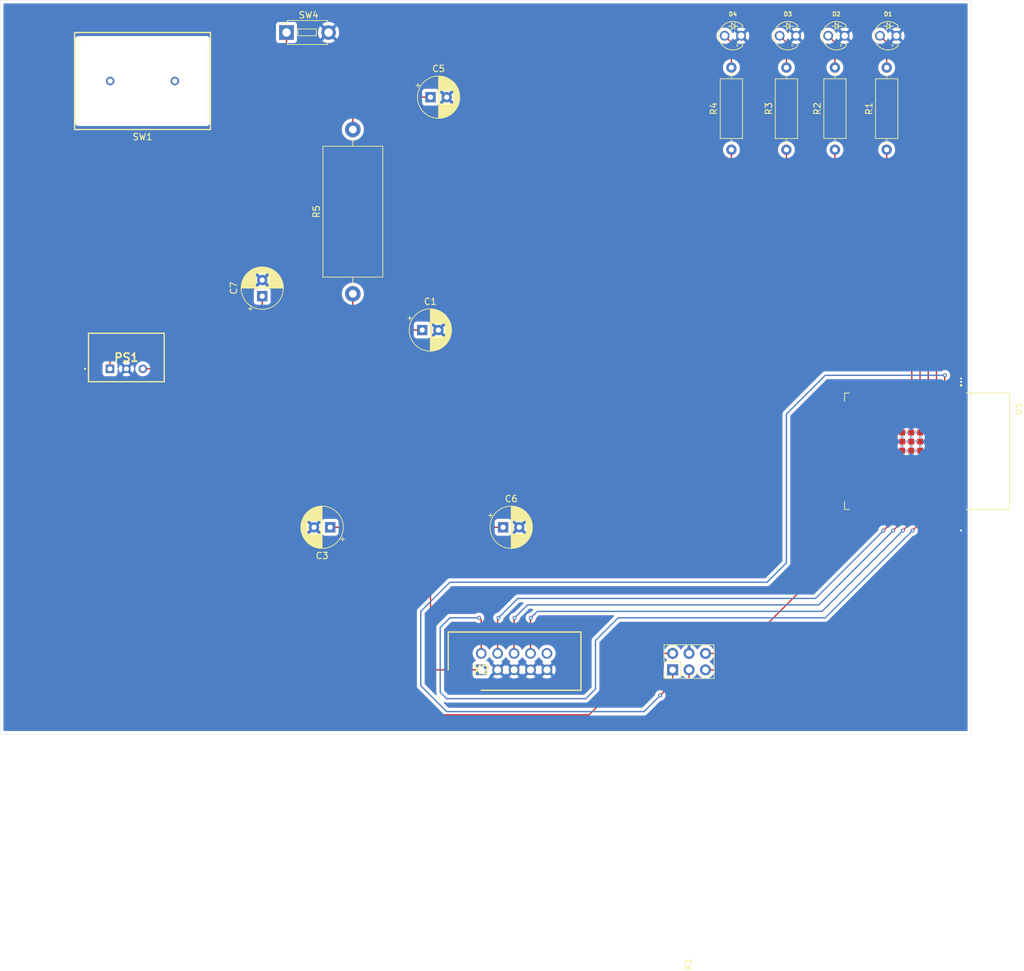
<source format=kicad_pcb>
(kicad_pcb (version 20240108) (generator "pcbnew") (generator_version "8.0")
  (layers (0 "F.Cu" signal) (31 "B.Cu" signal) (34 "B.Paste" user) (35 "F.Paste" user) (36 "B.SilkS" user "B.Silkscreen") (37 "F.SilkS" user "F.Silkscreen") (38 "B.Mask" user) (39 "F.Mask" user) (44 "Edge.Cuts" user))
  (net 0 "")
  (net 1 "Net-(D1-A)")
  (net 2 "GND")
  (net 3 "Net-(D2-A)")
  (net 4 "Net-(D3-A)")
  (net 5 "Net-(D4-A)")
  (net 6 "LED BLUE")
  (net 7 "LED RED")
  (net 8 "LED YELLOW")
  (net 9 "LED GREEN")
  (net 10 "+3.3V")
  (net 11 "+12V")
  (net 13 "Boot Mode")
  (net 17 "TX0")
  (net 18 "MTDI")
  (net 20 "MTCK")
  (net 25 "MTDO")
  (net 34 "RX0")
  (net 35 "MTMS")
  (net 44 "NC")
  (net 45 "EN")
  (footprint "CUSTOM_Footprint:WUE_CONNECTOR_SHDR10W64P254_2X5_2036X885X925P" (layer "F.Cu") (at 124.34 134.04)
    (property "Reference" "X2" (at 0 0 0) (layer "F.SilkS") (effects (font (size 1.27 1.27) (thickness 0.254))))
    (property "Value" "JTAG" (hide yes))
    (pad "1" thru_hole rect (at 0 0) (size 1.65 1.65) (drill 1.1) (layers "*.Cu" "*.Mask") (net 10 "+3.3V"))
    (pad "2" thru_hole circle (at 0 -2.54) (size 1.65 1.65) (drill 1.1) (layers "*.Cu" "*.Mask") (net 35 "MTMS"))
    (pad "3" thru_hole circle (at 2.54 0) (size 1.65 1.65) (drill 1.1) (layers "*.Cu" "*.Mask") (net 2 "GND"))
    (pad "4" thru_hole circle (at 2.54 -2.54) (size 1.65 1.65) (drill 1.1) (layers "*.Cu" "*.Mask") (net 20 "MTCK"))
    (pad "5" thru_hole circle (at 5.08 0) (size 1.65 1.65) (drill 1.1) (layers "*.Cu" "*.Mask") (net 2 "GND"))
    (pad "6" thru_hole circle (at 5.08 -2.54) (size 1.65 1.65) (drill 1.1) (layers "*.Cu" "*.Mask") (net 25 "MTDO"))
    (pad "7" thru_hole circle (at 7.62 0) (size 1.65 1.65) (drill 1.1) (layers "*.Cu" "*.Mask") (net 2 "GND"))
    (pad "8" thru_hole circle (at 7.62 -2.54) (size 1.65 1.65) (drill 1.1) (layers "*.Cu" "*.Mask") (net 18 "MTDI"))
    (pad "9" thru_hole circle (at 10.16 0) (size 1.65 1.65) (drill 1.1) (layers "*.Cu" "*.Mask") (net 2 "GND"))
    (pad "10" thru_hole circle (at 10.16 -2.54) (size 1.65 1.65) (drill 1.1) (layers "*.Cu" "*.Mask") (net 44 "NC"))
  )
  (footprint "CUSTOM_Footprint:WUE_SW_471001264143_2_00-3_00_" (layer "F.Cu") (at 72 43 180)
    (property "Reference" "SW1" (at 0 -8.635 180) (layer "F.SilkS"))
    (property "Value" "SW_SPST")
    (fp_line (start 9.9 6.45) (end -9.9 6.45) (stroke (width 0.01)) (layer "Edge.Cuts"))
    (fp_line (start 9.9 -6.45) (end 9.9 6.45) (stroke (width 0.01)) (layer "Edge.Cuts"))
    (fp_line (start -9.9 6.45) (end -9.9 -6.45) (stroke (width 0.01)) (layer "Edge.Cuts"))
    (fp_line (start -9.9 -6.45) (end 9.9 -6.45) (stroke (width 0.01)) (layer "Edge.Cuts"))
    (pad "1" thru_hole circle (at 5 0 180) (size 1.308 1.308) (drill 0.8) (layers "*.Cu" "*.Mask") (net 11 "+12V"))
    (pad "2" thru_hole circle (at -5 0 180) (size 1.308 1.308) (drill 0.8) (layers "*.Cu" "*.Mask") (net 11 "+12V"))
  )
  (footprint "Resistor_THT:R_Axial_DIN0922_L20.0mm_D9.0mm_P25.40mm_Horizontal" (layer "F.Cu") (at 104.5 75.9 90)
    (property "Reference" "R5" (at 12.7 -5.62 90) (layer "F.SilkS"))
    (property "Value" "22k")
    (pad "1" thru_hole circle (at 0 0 90) (size 2.4 2.4) (drill 1.2) (layers "*.Cu" "*.Mask") (net 10 "+3.3V"))
    (pad "2" thru_hole oval (at 25.4 0 90) (size 2.4 2.4) (drill 1.2) (layers "*.Cu" "*.Mask") (net 10 "+3.3V"))
  )
  (footprint "Resistor_THT:R_Axial_DIN0309_L9.0mm_D3.2mm_P12.70mm_Horizontal" (layer "F.Cu") (at 179 53.62 90)
    (property "Reference" "R2" (at 6.35 -2.72 90) (layer "F.SilkS"))
    (property "Value" "220")
    (pad "1" thru_hole circle (at 0 0 90) (size 1.6 1.6) (drill 0.8) (layers "*.Cu" "*.Mask") (net 7 "LED RED"))
    (pad "2" thru_hole oval (at 12.7 0 90) (size 1.6 1.6) (drill 0.8) (layers "*.Cu" "*.Mask") (net 3 "Net-(D2-A)"))
  )
  (footprint "CUSTOM_Footprint:LED-RED-3MM-ROUND" (layer "F.Cu") (at 179.23 36)
    (property "Reference" "D2" (at -0.008 -3.3464 0) (layer "F.SilkS") (effects (font (size 0.64 0.64))))
    (property "Value" "LED")
    (fp_text user "C" (at 0.7 1.5 0) (layer "F.SilkS") (effects (font (size 0.32 0.32))))
    (pad "1" thru_hole circle (at 1.27 0) (size 1.508 1.508) (drill 1) (layers "*.Cu" "*.Mask") (net 2 "GND"))
    (pad "2" thru_hole circle (at -1.27 0) (size 1.508 1.508) (drill 1) (layers "*.Cu" "*.Mask") (net 3 "Net-(D2-A)"))
  )
  (footprint "Capacitor_THT:CP_Radial_D6.3mm_P2.50mm" (layer "F.Cu") (at 116.5 45.5)
    (property "Reference" "C5" (at 1.25 -4.4 0) (layer "F.SilkS"))
    (property "Value" "10µF")
    (pad "1" thru_hole rect (at 0 0) (size 1.6 1.6) (drill 0.8) (layers "*.Cu" "*.Mask") (net 10 "+3.3V"))
    (pad "2" thru_hole circle (at 2.5 0) (size 1.6 1.6) (drill 0.8) (layers "*.Cu" "*.Mask") (net 2 "GND"))
  )
  (footprint "Capacitor_THT:CP_Radial_D6.3mm_P2.50mm" (layer "F.Cu") (at 90.5 76.275 90)
    (property "Reference" "C7" (at 1.25 -4.4 90) (layer "F.SilkS"))
    (property "Value" "100µF")
    (pad "1" thru_hole rect (at 0 0 90) (size 1.6 1.6) (drill 0.8) (layers "*.Cu" "*.Mask") (net 10 "+3.3V"))
    (pad "2" thru_hole circle (at 2.5 0 90) (size 1.6 1.6) (drill 0.8) (layers "*.Cu" "*.Mask") (net 2 "GND"))
  )
  (footprint "CUSTOM_Footprint:LED-RED-3MM-ROUND" (layer "F.Cu") (at 187.23 36)
    (property "Reference" "D1" (at -0.008 -3.3464 0) (layer "F.SilkS") (effects (font (size 0.64 0.64))))
    (property "Value" "LED")
    (fp_text user "C" (at 0.7 1.5 0) (layer "F.SilkS") (effects (font (size 0.32 0.32))))
    (pad "1" thru_hole circle (at 1.27 0) (size 1.508 1.508) (drill 1) (layers "*.Cu" "*.Mask") (net 2 "GND"))
    (pad "2" thru_hole circle (at -1.27 0) (size 1.508 1.508) (drill 1) (layers "*.Cu" "*.Mask") (net 1 "Net-(D1-A)"))
  )
  (footprint "Capacitor_THT:CP_Radial_D6.3mm_P2.50mm" (layer "F.Cu") (at 115.225 81.5)
    (property "Reference" "C1" (at 1.25 -4.4 0) (layer "F.SilkS"))
    (property "Value" "100µF")
    (pad "1" thru_hole rect (at 0 0) (size 1.6 1.6) (drill 0.8) (layers "*.Cu" "*.Mask") (net 10 "+3.3V"))
    (pad "2" thru_hole circle (at 2.5 0) (size 1.6 1.6) (drill 0.8) (layers "*.Cu" "*.Mask") (net 2 "GND"))
  )
  (footprint "Capacitor_THT:CP_Radial_D6.3mm_P2.50mm" (layer "F.Cu") (at 127.725 112)
    (property "Reference" "C6" (at 1.25 -4.4 0) (layer "F.SilkS"))
    (property "Value" "100µF")
    (pad "1" thru_hole rect (at 0 0) (size 1.6 1.6) (drill 0.8) (layers "*.Cu" "*.Mask") (net 10 "+3.3V"))
    (pad "2" thru_hole circle (at 2.5 0) (size 1.6 1.6) (drill 0.8) (layers "*.Cu" "*.Mask") (net 2 "GND"))
  )
  (footprint "Resistor_THT:R_Axial_DIN0309_L9.0mm_D3.2mm_P12.70mm_Horizontal" (layer "F.Cu") (at 163 53.62 90)
    (property "Reference" "R4" (at 6.35 -2.72 90) (layer "F.SilkS"))
    (property "Value" "220")
    (pad "1" thru_hole circle (at 0 0 90) (size 1.6 1.6) (drill 0.8) (layers "*.Cu" "*.Mask") (net 9 "LED GREEN"))
    (pad "2" thru_hole oval (at 12.7 0 90) (size 1.6 1.6) (drill 0.8) (layers "*.Cu" "*.Mask") (net 5 "Net-(D4-A)"))
  )
  (footprint "Capacitor_THT:CP_Radial_D6.3mm_P2.50mm" (layer "F.Cu") (at 101 112 180)
    (property "Reference" "C3" (at 1.25 -4.4 180) (layer "F.SilkS"))
    (property "Value" "100µF")
    (pad "1" thru_hole rect (at 0 0 180) (size 1.6 1.6) (drill 0.8) (layers "*.Cu" "*.Mask") (net 10 "+3.3V"))
    (pad "2" thru_hole circle (at 2.5 0 180) (size 1.6 1.6) (drill 0.8) (layers "*.Cu" "*.Mask") (net 2 "GND"))
  )
  (footprint "TSR1-2433:TSR12433" (layer "F.Cu") (at 66.97 87.5)
    (property "Reference" "PS1" (at 2.53 -1.75 0) (layer "F.SilkS") (effects (font (size 1.27 1.27) (thickness 0.254))))
    (property "Value" "TSR_1-2433E" (hide yes))
    (pad "1" thru_hole rect (at 0 0) (size 1.303 1.303) (drill 0.76) (layers "*.Cu" "*.Mask") (net 11 "+12V"))
    (pad "2" thru_hole circle (at 2.54 0) (size 1.303 1.303) (drill 0.76) (layers "*.Cu" "*.Mask") (net 2 "GND"))
    (pad "3" thru_hole circle (at 5.08 0) (size 1.303 1.303) (drill 0.76) (layers "*.Cu" "*.Mask") (net 10 "+3.3V"))
  )
  (footprint "CUSTOM_Footprint:LED-RED-3MM-ROUND" (layer "F.Cu") (at 163.23 36)
    (property "Reference" "D4" (at -0.008 -3.3464 0) (layer "F.SilkS") (effects (font (size 0.64 0.64))))
    (property "Value" "LED")
    (fp_text user "C" (at 0.7 1.5 0) (layer "F.SilkS") (effects (font (size 0.32 0.32))))
    (pad "1" thru_hole circle (at 1.27 0) (size 1.508 1.508) (drill 1) (layers "*.Cu" "*.Mask") (net 2 "GND"))
    (pad "2" thru_hole circle (at -1.27 0) (size 1.508 1.508) (drill 1) (layers "*.Cu" "*.Mask") (net 5 "Net-(D4-A)"))
  )
  (footprint "CUSTOM_Footprint:LED-RED-3MM-ROUND" (layer "F.Cu") (at 171.73 36)
    (property "Reference" "D3" (at -0.008 -3.3464 0) (layer "F.SilkS") (effects (font (size 0.64 0.64))))
    (property "Value" "LED")
    (fp_text user "C" (at 0.7 1.5 0) (layer "F.SilkS") (effects (font (size 0.32 0.32))))
    (pad "1" thru_hole circle (at 1.27 0) (size 1.508 1.508) (drill 1) (layers "*.Cu" "*.Mask") (net 2 "GND"))
    (pad "2" thru_hole circle (at -1.27 0) (size 1.508 1.508) (drill 1) (layers "*.Cu" "*.Mask") (net 4 "Net-(D3-A)"))
  )
  (footprint "Connector_PinHeader_2.54mm:PinHeader_2x03_P2.54mm_Vertical" (layer "F.Cu") (at 153.92 134.04 90)
    (property "Reference" "X1" (at -45.5065 2.3445 -90) (layer "F.SilkS"))
    (property "Value" "~")
    (pad "1" thru_hole rect (at 0 0 90) (size 1.7 1.7) (drill 1) (layers "*.Cu" "*.Mask") (net 45 "EN"))
    (pad "2" thru_hole oval (at 2.54 0 90) (size 1.7 1.7) (drill 1) (layers "*.Cu" "*.Mask") (net 10 "+3.3V"))
    (pad "3" thru_hole oval (at 0 2.54 90) (size 1.7 1.7) (drill 1) (layers "*.Cu" "*.Mask") (net 17 "TX0"))
    (pad "4" thru_hole oval (at 2.54 2.54 90) (size 1.7 1.7) (drill 1) (layers "*.Cu" "*.Mask") (net 2 "GND"))
    (pad "5" thru_hole oval (at 0 5.08 90) (size 1.7 1.7) (drill 1) (layers "*.Cu" "*.Mask") (net 34 "RX0"))
    (pad "6" thru_hole oval (at 2.54 5.08 90) (size 1.7 1.7) (drill 1) (layers "*.Cu" "*.Mask") (net 13 "Boot Mode"))
  )
  (footprint "Button_Switch_THT:SW_PUSH_1P1T_6x3.5mm_H4.3_APEM_MJTP1243" (layer "F.Cu") (at 94.25 35.5)
    (property "Reference" "SW4" (at 3.42 -2.7 0) (layer "F.SilkS"))
    (property "Value" "RESET_BUTTON")
    (pad "1" thru_hole rect (at 0 0 90) (size 2.25 2.25) (drill 1.3) (layers "*.Cu" "*.Mask") (net 10 "+3.3V"))
    (pad "2" thru_hole circle (at 6.5 0 90) (size 2.25 2.25) (drill 1.3) (layers "*.Cu" "*.Mask") (net 2 "GND"))
  )
  (footprint "Template:XCVR_ESP32-S3-WROOM-1-N16R8" (layer "F.Cu") (at 193.24 100.25 -90)
    (property "Reference" "U1" (at -6.575 -14.135 90) (layer "F.SilkS"))
    (property "Value" "ESP32-S3-WROOM-1-N16R8")
    (pad "1" smd rect (at -8.75 -5.26 270) (size 1.5 0.9) (layers "F.Cu" "F.Paste" "F.Mask") (net 2 "GND"))
    (pad "2" smd rect (at -8.75 -3.99 270) (size 1.5 0.9) (layers "F.Cu" "F.Paste" "F.Mask") (net 10 "+3.3V"))
    (pad "3" smd rect (at -8.75 -2.72 270) (size 1.5 0.9) (layers "F.Cu" "F.Paste" "F.Mask") (net 45 "EN"))
    (pad "4" smd rect (at -8.75 -1.45 270) (size 1.5 0.9) (layers "F.Cu" "F.Paste" "F.Mask") (net 6 "LED BLUE"))
    (pad "5" smd rect (at -8.75 -0.18 270) (size 1.5 0.9) (layers "F.Cu" "F.Paste" "F.Mask") (net 7 "LED RED"))
    (pad "6" smd rect (at -8.75 1.09 270) (size 1.5 0.9) (layers "F.Cu" "F.Paste" "F.Mask") (net 8 "LED YELLOW"))
    (pad "7" smd rect (at -8.75 2.36 270) (size 1.5 0.9) (layers "F.Cu" "F.Paste" "F.Mask") (net 9 "LED GREEN"))
    (pad "8" smd rect (at -8.75 3.63 270) (size 1.5 0.9) (layers "F.Cu" "F.Paste" "F.Mask"))
    (pad "9" smd rect (at -8.75 4.9 270) (size 1.5 0.9) (layers "F.Cu" "F.Paste" "F.Mask"))
    (pad "10" smd rect (at -8.75 6.17 270) (size 1.5 0.9) (layers "F.Cu" "F.Paste" "F.Mask"))
    (pad "11" smd rect (at -8.75 7.44 270) (size 1.5 0.9) (layers "F.Cu" "F.Paste" "F.Mask"))
    (pad "12" smd rect (at -8.75 8.71 270) (size 1.5 0.9) (layers "F.Cu" "F.Paste" "F.Mask"))
    (pad "13" smd rect (at -8.75 9.98 270) (size 1.5 0.9) (layers "F.Cu" "F.Paste" "F.Mask"))
    (pad "14" smd rect (at -8.75 11.25 270) (size 1.5 0.9) (layers "F.Cu" "F.Paste" "F.Mask"))
    (pad "15" smd rect (at -6.985 12.5 270) (size 0.9 1.5) (layers "F.Cu" "F.Paste" "F.Mask"))
    (pad "16" smd rect (at -5.715 12.5 270) (size 0.9 1.5) (layers "F.Cu" "F.Paste" "F.Mask"))
    (pad "17" smd rect (at -4.445 12.5 270) (size 0.9 1.5) (layers "F.Cu" "F.Paste" "F.Mask"))
    (pad "18" smd rect (at -3.175 12.5 270) (size 0.9 1.5) (layers "F.Cu" "F.Paste" "F.Mask"))
    (pad "19" smd rect (at -1.905 12.5 270) (size 0.9 1.5) (layers "F.Cu" "F.Paste" "F.Mask"))
    (pad "20" smd rect (at -0.635 12.5 270) (size 0.9 1.5) (layers "F.Cu" "F.Paste" "F.Mask"))
    (pad "21" smd rect (at 0.635 12.5 270) (size 0.9 1.5) (layers "F.Cu" "F.Paste" "F.Mask"))
    (pad "22" smd rect (at 1.905 12.5 270) (size 0.9 1.5) (layers "F.Cu" "F.Paste" "F.Mask"))
    (pad "23" smd rect (at 3.175 12.5 270) (size 0.9 1.5) (layers "F.Cu" "F.Paste" "F.Mask"))
    (pad "24" smd rect (at 4.445 12.5 270) (size 0.9 1.5) (layers "F.Cu" "F.Paste" "F.Mask"))
    (pad "25" smd rect (at 5.715 12.5 270) (size 0.9 1.5) (layers "F.Cu" "F.Paste" "F.Mask"))
    (pad "26" smd rect (at 6.985 12.5 270) (size 0.9 1.5) (layers "F.Cu" "F.Paste" "F.Mask"))
    (pad "27" smd rect (at 8.75 11.25 270) (size 1.5 0.9) (layers "F.Cu" "F.Paste" "F.Mask") (net 13 "Boot Mode"))
    (pad "28" smd rect (at 8.75 9.98 270) (size 1.5 0.9) (layers "F.Cu" "F.Paste" "F.Mask"))
    (pad "29" smd rect (at 8.75 8.71 270) (size 1.5 0.9) (layers "F.Cu" "F.Paste" "F.Mask"))
    (pad "30" smd rect (at 8.75 7.44 270) (size 1.5 0.9) (layers "F.Cu" "F.Paste" "F.Mask"))
    (pad "31" smd rect (at 8.75 6.17 270) (size 1.5 0.9) (layers "F.Cu" "F.Paste" "F.Mask"))
    (pad "32" smd rect (at 8.75 4.9 270) (size 1.5 0.9) (layers "F.Cu" "F.Paste" "F.Mask") (net 20 "MTCK"))
    (pad "33" smd rect (at 8.75 3.63 270) (size 1.5 0.9) (layers "F.Cu" "F.Paste" "F.Mask") (net 25 "MTDO"))
    (pad "34" smd rect (at 8.75 2.36 270) (size 1.5 0.9) (layers "F.Cu" "F.Paste" "F.Mask") (net 18 "MTDI"))
    (pad "35" smd rect (at 8.75 1.09 270) (size 1.5 0.9) (layers "F.Cu" "F.Paste" "F.Mask") (net 35 "MTMS"))
    (pad "36" smd rect (at 8.75 -0.18 270) (size 1.5 0.9) (layers "F.Cu" "F.Paste" "F.Mask") (net 34 "RX0"))
    (pad "37" smd rect (at 8.75 -1.45 270) (size 1.5 0.9) (layers "F.Cu" "F.Paste" "F.Mask") (net 17 "TX0"))
    (pad "38" smd rect (at 8.75 -2.72 270) (size 1.5 0.9) (layers "F.Cu" "F.Paste" "F.Mask"))
    (pad "39" smd rect (at 8.75 -3.99 270) (size 1.5 0.9) (layers "F.Cu" "F.Paste" "F.Mask"))
    (pad "40" smd rect (at 8.75 -5.26 270) (size 1.5 0.9) (layers "F.Cu" "F.Paste" "F.Mask") (net 2 "GND"))
    (pad "41_1" smd rect (at -1.5 2.46 270) (size 0.9 0.9) (layers "F.Cu" "F.Paste" "F.Mask") (net 2 "GND"))
    (pad "41_2" smd rect (at -2.9 2.46 270) (size 0.9 0.9) (layers "F.Cu" "F.Paste" "F.Mask") (net 2 "GND"))
    (pad "41_3" smd rect (at -0.1 2.46 270) (size 0.9 0.9) (layers "F.Cu" "F.Paste" "F.Mask") (net 2 "GND"))
    (pad "41_4" smd rect (at -2.9 3.86 270) (size 0.9 0.9) (layers "F.Cu" "F.Paste" "F.Mask") (net 2 "GND"))
    (pad "41_5" smd rect (at -1.5 3.86 270) (size 0.9 0.9) (layers "F.Cu" "F.Paste" "F.Mask") (net 2 "GND"))
    (pad "41_6" smd rect (at -0.1 3.86 270) (size 0.9 0.9) (layers "F.Cu" "F.Paste" "F.Mask") (net 2 "GND"))
    (pad "41_7" smd rect (at -2.9 1.06 270) (size 0.9 0.9) (layers "F.Cu" "F.Paste" "F.Mask") (net 2 "GND"))
    (pad "41_8" smd rect (at -1.5 1.06 270) (size 0.9 0.9) (layers "F.Cu" "F.Paste" "F.Mask") (net 2 "GND"))
    (pad "41_9" smd rect (at -0.1 1.06 270) (size 0.9 0.9) (layers "F.Cu" "F.Paste" "F.Mask") (net 2 "GND"))
    (pad "41_10" thru_hole circle (at -1.5 1.76 270) (size 0.4 0.4) (drill 0.2) (layers "*.Cu"))
    (pad "41_11" thru_hole circle (at -2.9 1.76 270) (size 0.4 0.4) (drill 0.2) (layers "*.Cu"))
    (pad "41_12" thru_hole circle (at -0.1 1.76 270) (size 0.4 0.4) (drill 0.2) (layers "*.Cu"))
    (pad "41_13" thru_hole circle (at -2.9 3.16 270) (size 0.4 0.4) (drill 0.2) (layers "*.Cu"))
    (pad "41_14" thru_hole circle (at -1.5 3.16 270) (size 0.4 0.4) (drill 0.2) (layers "*.Cu"))
    (pad "41_15" thru_hole circle (at -0.1 3.16 270) (size 0.4 0.4) (drill 0.2) (layers "*.Cu"))
    (pad "41_16" thru_hole circle (at -2.2 1.06 270) (size 0.4 0.4) (drill 0.2) (layers "*.Cu"))
    (pad "41_17" thru_hole circle (at -0.8 1.06 270) (size 0.4 0.4) (drill 0.2) (layers "*.Cu"))
    (pad "41_18" thru_hole circle (at -2.2 2.46 270) (size 0.4 0.4) (drill 0.2) (layers "*.Cu"))
    (pad "41_19" thru_hole circle (at -0.8 2.46 270) (size 0.4 0.4) (drill 0.2) (layers "*.Cu"))
    (pad "41_20" thru_hole circle (at -2.2 3.86 270) (size 0.4 0.4) (drill 0.2) (layers "*.Cu"))
    (pad "41_21" thru_hole circle (at -0.8 3.86 270) (size 0.4 0.4) (drill 0.2) (layers "*.Cu"))
    (zone (net 0) (net_name "") (layer "B.Cu") (connect_pads (clearance 0)) (min_thickness 0.01)
      (keepout (tracks not_allowed) (vias not_allowed) (pads not_allowed) (copperpour not_allowed) (footprints allowed))
      (fill (thermal_gap 0.508) (thermal_bridge_width 0.508))
      (polygon (pts (xy 205.99 91.25) (xy 205.99 109.25) (xy 199.99 109.25) (xy 199.99 91.25)))
    )
  )
  (footprint "Resistor_THT:R_Axial_DIN0309_L9.0mm_D3.2mm_P12.70mm_Horizontal" (layer "F.Cu") (at 171.5 53.62 90)
    (property "Reference" "R3" (at 6.35 -2.72 90) (layer "F.SilkS"))
    (property "Value" "220")
    (pad "1" thru_hole circle (at 0 0 90) (size 1.6 1.6) (drill 0.8) (layers "*.Cu" "*.Mask") (net 8 "LED YELLOW"))
    (pad "2" thru_hole oval (at 12.7 0 90) (size 1.6 1.6) (drill 0.8) (layers "*.Cu" "*.Mask") (net 4 "Net-(D3-A)"))
  )
  (footprint "Resistor_THT:R_Axial_DIN0309_L9.0mm_D3.2mm_P12.70mm_Horizontal" (layer "F.Cu") (at 187 53.62 90)
    (property "Reference" "R1" (at 6.35 -2.72 90) (layer "F.SilkS"))
    (property "Value" "220")
    (pad "1" thru_hole circle (at 0 0 90) (size 1.6 1.6) (drill 0.8) (layers "*.Cu" "*.Mask") (net 6 "LED BLUE"))
    (pad "2" thru_hole oval (at 12.7 0 90) (size 1.6 1.6) (drill 0.8) (layers "*.Cu" "*.Mask") (net 1 "Net-(D1-A)"))
  )
  (gr_line (start 50 30.5) (end 50 144) (stroke (width 0.05)) (layer "Edge.Cuts"))
  (gr_line (start 200 144) (end 200 30.5) (stroke (width 0.05)) (layer "Edge.Cuts"))
  (gr_line (start 50 144) (end 200 144) (stroke (width 0.05)) (layer "Edge.Cuts"))
  (gr_line (start 200 30.5) (end 50 30.5) (stroke (width 0.05)) (layer "Edge.Cuts"))
  (segment (start 187 37.04) (end 185.96 36) (width 0.2) (layer "F.Cu") (net 1))
  (segment (start 187 40.92) (end 187 37.04) (width 0.2) (layer "F.Cu") (net 1))
  (segment (start 198.5 91.5) (end 198.5 89) (width 0.2) (layer "F.Cu") (net 2))
  (segment (start 173 36) (end 173.5 36) (width 0.2) (layer "F.Cu") (net 2))
  (segment (start 198.5 109) (end 198.5 112.5) (width 0.2) (layer "F.Cu") (net 2))
  (via (at 198.5 89) (size 0.6) (drill 0.3) (layers "F.Cu" "B.Cu") (net 2))
  (via (at 198.5 112.5) (size 0.6) (drill 0.3) (layers "F.Cu" "B.Cu") (net 2))
  (segment (start 179 37.04) (end 177.96 36) (width 0.2) (layer "F.Cu") (net 3))
  (segment (start 179 40.92) (end 179 37.04) (width 0.2) (layer "F.Cu") (net 3))
  (segment (start 171.5 40.92) (end 171.5 37.04) (width 0.2) (layer "F.Cu") (net 4))
  (segment (start 171.5 37.04) (end 170.46 36) (width 0.2) (layer "F.Cu") (net 4))
  (segment (start 163 37.04) (end 161.96 36) (width 0.2) (layer "F.Cu") (net 5))
  (segment (start 163 40.92) (end 163 37.04) (width 0.2) (layer "F.Cu") (net 5))
  (segment (start 194.5 57) (end 187 57) (width 0.2) (layer "F.Cu") (net 6))
  (segment (start 194.69 57.19) (end 194.5 57) (width 0.2) (layer "F.Cu") (net 6))
  (segment (start 194.69 91.5) (end 194.69 57.19) (width 0.2) (layer "F.Cu") (net 6))
  (segment (start 187 57) (end 187 53.62) (width 0.2) (layer "F.Cu") (net 6))
  (segment (start 193.42 58.08) (end 179.08 58.08) (width 0.2) (layer "F.Cu") (net 7))
  (segment (start 179.08 58.08) (end 179 58) (width 0.2) (layer "F.Cu") (net 7))
  (segment (start 179 58) (end 179 53.62) (width 0.2) (layer "F.Cu") (net 7))
  (segment (start 193.42 91.5) (end 193.42 58.08) (width 0.2) (layer "F.Cu") (net 7))
  (segment (start 192 59) (end 171.5 59) (width 0.2) (layer "F.Cu") (net 8))
  (segment (start 192.15 59.15) (end 192 59) (width 0.2) (layer "F.Cu") (net 8))
  (segment (start 171.5 59) (end 171.5 53.62) (width 0.2) (layer "F.Cu") (net 8))
  (segment (start 192.15 91.5) (end 192.15 59.15) (width 0.2) (layer "F.Cu") (net 8))
  (segment (start 190.5 60) (end 163 60) (width 0.2) (layer "F.Cu") (net 9))
  (segment (start 163 60) (end 163 53.62) (width 0.2) (layer "F.Cu") (net 9))
  (segment (start 190.88 91.5) (end 190.88 60.38) (width 0.2) (layer "F.Cu") (net 9))
  (segment (start 190.88 60.38) (end 190.5 60) (width 0.2) (layer "F.Cu") (net 9))
  (segment (start 104.5 81.5) (end 104.5 75.9) (width 0.2) (layer "F.Cu") (net 10))
  (segment (start 90.5 87.5) (end 104.5 87.5) (width 0.2) (layer "F.Cu") (net 10))
  (segment (start 90.5 87.5) (end 72.05 87.5) (width 0.2) (layer "F.Cu") (net 10))
  (segment (start 103 45.5) (end 94.5 45.5) (width 0.2) (layer "F.Cu") (net 10))
  (segment (start 150.5 131.5) (end 153.92 131.5) (width 0.2) (layer "F.Cu") (net 10))
  (segment (start 104.5 81.5) (end 115.225 81.5) (width 0.2) (layer "F.Cu") (net 10))
  (segment (start 103 45.5) (end 104.5 45.5) (width 0.2) (layer "F.Cu") (net 10))
  (segment (start 196 31.5) (end 197.23 32.73) (width 0.2) (layer "F.Cu") (net 10))
  (segment (start 104.5 50.5) (end 104.5 45.5) (width 0.2) (layer "F.Cu") (net 10))
  (segment (start 116.5 134) (end 116.5 112) (width 0.2) (layer "F.Cu") (net 10))
  (segment (start 197.23 32.73) (end 197.23 91.5) (width 0.2) (layer "F.Cu") (net 10))
  (segment (start 109 87.5) (end 116.5 87.5) (width 0.2) (layer "F.Cu") (net 10))
  (segment (start 116.5 87.5) (end 150 87.5) (width 0.2) (layer "F.Cu") (net 10))
  (via (at 198.5 89.5) (size 0.6) (drill 0.3) (layers "F.Cu" "B.Cu") (net 2))
  (segment (start 94.5 45.5) (end 94.5 45) (width 0.2) (layer "F.Cu") (net 10))
  (segment (start 101 112) (end 109 112) (width 0.2) (layer "F.Cu") (net 10))
  (segment (start 94.25 44.75) (end 94.25 35.5) (width 0.2) (layer "F.Cu") (net 10))
  (segment (start 116.54 134.04) (end 116.5 134) (width 0.2) (layer "F.Cu") (net 10))
  (segment (start 150 31.5) (end 196 31.5) (width 0.2) (layer "F.Cu") (net 10))
  (segment (start 118 141) (end 141 141) (width 0.2) (layer "F.Cu") (net 10))
  (segment (start 104.5 87.5) (end 104.5 81.5) (width 0.2) (layer "F.Cu") (net 10))
  (segment (start 141 141) (end 150.5 131.5) (width 0.2) (layer "F.Cu") (net 10))
  (segment (start 116.5 112) (end 116.5 87.5) (width 0.2) (layer "F.Cu") (net 10))
  (segment (start 90.5 87.5) (end 90.5 76.275) (width 0.2) (layer "F.Cu") (net 10))
  (segment (start 109 87.5) (end 109 112) (width 0.2) (layer "F.Cu") (net 10))
  (segment (start 109 112) (end 109 132) (width 0.2) (layer "F.Cu") (net 10))
  (segment (start 104.5 45.5) (end 116.5 45.5) (width 0.2) (layer "F.Cu") (net 10))
  (segment (start 94.5 45) (end 94.25 44.75) (width 0.2) (layer "F.Cu") (net 10))
  (segment (start 109 132) (end 118 141) (width 0.2) (layer "F.Cu") (net 10))
  (segment (start 124.34 134.04) (end 116.54 134.04) (width 0.2) (layer "F.Cu") (net 10))
  (segment (start 150 87.5) (end 150 31.5) (width 0.2) (layer "F.Cu") (net 10))
  (segment (start 104.5 87.5) (end 109 87.5) (width 0.2) (layer "F.Cu") (net 10))
  (segment (start 116.5 112) (end 127.725 112) (width 0.2) (layer "F.Cu") (net 10))
  (segment (start 66.97 50.58) (end 67.5 50.05) (width 0.2) (layer "F.Cu") (net 11))
  (segment (start 66.97 87.5) (end 66.97 50.58) (width 0.2) (layer "F.Cu") (net 11))
  (segment (start 182 113.5) (end 164 131.5) (width 0.2) (layer "F.Cu") (net 13))
  (segment (start 181.99 109) (end 181.99 113.49) (width 0.2) (layer "F.Cu") (net 13))
  (segment (start 181.99 113.49) (end 182 113.5) (width 0.2) (layer "F.Cu") (net 13))
  (segment (start 164 131.5) (end 159 131.5) (width 0.2) (layer "F.Cu") (net 13))
  (segment (start 171.5 136.5) (end 156.5 136.5) (width 0.2) (layer "F.Cu") (net 17))
  (segment (start 156.46 134.04) (end 156.46 136.46) (width 0.2) (layer "F.Cu") (net 17))
  (segment (start 194.69 113.31) (end 171.5 136.5) (width 0.2) (layer "F.Cu") (net 17))
  (segment (start 156.5 136.5) (end 156.46 136.46) (width 0.2) (layer "F.Cu") (net 17))
  (segment (start 194.69 109) (end 194.69 113.31) (width 0.2) (layer "F.Cu") (net 17))
  (segment (start 131.96 126.04) (end 132 126) (width 0.2) (layer "F.Cu") (net 18))
  (segment (start 190.88 111.12) (end 189.5 112.5) (width 0.2) (layer "F.Cu") (net 18))
  (segment (start 131.96 131.5) (end 131.96 126.04) (width 0.2) (layer "F.Cu") (net 18))
  (segment (start 190.88 109) (end 190.88 111.12) (width 0.2) (layer "F.Cu") (net 18))
  (via (at 132 126) (size 0.6) (drill 0.3) (layers "F.Cu" "B.Cu") (net 18))
  (via (at 189.5 112.5) (size 0.6) (drill 0.3) (layers "F.Cu" "B.Cu") (net 18))
  (segment (start 132 126) (end 133 125) (width 0.2) (layer "B.Cu") (net 18))
  (segment (start 133 125) (end 177 125) (width 0.2) (layer "B.Cu") (net 18))
  (segment (start 177 125) (end 189.5 112.5) (width 0.2) (layer "B.Cu") (net 18))
  (segment (start 126.88 131.5) (end 126.88 126.12) (width 0.2) (layer "F.Cu") (net 20))
  (segment (start 188.34 109) (end 188.34 110.66) (width 0.2) (layer "F.Cu") (net 20))
  (segment (start 126.88 126.12) (end 127 126) (width 0.2) (layer "F.Cu") (net 20))
  (segment (start 188.34 110.66) (end 186.5 112.5) (width 0.2) (layer "F.Cu") (net 20))
  (via (at 186.5 112.5) (size 0.6) (drill 0.3) (layers "F.Cu" "B.Cu") (net 20))
  (via (at 127 126) (size 0.6) (drill 0.3) (layers "F.Cu" "B.Cu") (net 20))
  (segment (start 127 126) (end 130 123) (width 0.2) (layer "B.Cu") (net 20))
  (segment (start 176 123) (end 186.5 112.5) (width 0.2) (layer "B.Cu") (net 20))
  (segment (start 130 123) (end 176 123) (width 0.2) (layer "B.Cu") (net 20))
  (segment (start 189.61 110.89) (end 188 112.5) (width 0.2) (layer "F.Cu") (net 25))
  (segment (start 189.61 109) (end 189.61 110.89) (width 0.2) (layer "F.Cu") (net 25))
  (segment (start 129.42 131.5) (end 129.42 126.08) (width 0.2) (layer "F.Cu") (net 25))
  (segment (start 129.42 126.08) (end 129.5 126) (width 0.2) (layer "F.Cu") (net 25))
  (via (at 129.5 126) (size 0.6) (drill 0.3) (layers "F.Cu" "B.Cu") (net 25))
  (via (at 188 112.5) (size 0.6) (drill 0.3) (layers "F.Cu" "B.Cu") (net 25))
  (segment (start 129.5 126) (end 131.5 124) (width 0.2) (layer "B.Cu") (net 25))
  (segment (start 131.5 124) (end 176.5 124) (width 0.2) (layer "B.Cu") (net 25))
  (segment (start 176.5 124) (end 188 112.5) (width 0.2) (layer "B.Cu") (net 25))
  (segment (start 193.42 109) (end 193.42 113.08) (width 0.2) (layer "F.Cu") (net 34))
  (segment (start 171.96 134.04) (end 159 134.04) (width 0.2) (layer "F.Cu") (net 34))
  (segment (start 172 134) (end 171.96 134.04) (width 0.2) (layer "F.Cu") (net 34))
  (segment (start 193.42 113.08) (end 172.5 134) (width 0.2) (layer "F.Cu") (net 34))
  (segment (start 172.5 134) (end 172 134) (width 0.2) (layer "F.Cu") (net 34))
  (segment (start 192.15 111.35) (end 191 112.5) (width 0.2) (layer "F.Cu") (net 35))
  (segment (start 192.15 109) (end 192.15 111.35) (width 0.2) (layer "F.Cu") (net 35))
  (segment (start 124.34 131.5) (end 124.34 126.34) (width 0.2) (layer "F.Cu") (net 35))
  (segment (start 124.34 126.34) (end 124 126) (width 0.2) (layer "F.Cu") (net 35))
  (via (at 191 112.5) (size 0.6) (drill 0.3) (layers "F.Cu" "B.Cu") (net 35))
  (via (at 124 126) (size 0.6) (drill 0.3) (layers "F.Cu" "B.Cu") (net 35))
  (segment (start 142 137) (end 142 129.5) (width 0.2) (layer "B.Cu") (net 35))
  (segment (start 145.5 126) (end 177.5 126) (width 0.2) (layer "B.Cu") (net 35))
  (segment (start 142 129.5) (end 145.5 126) (width 0.2) (layer "B.Cu") (net 35))
  (segment (start 119 138.5) (end 140.5 138.5) (width 0.2) (layer "B.Cu") (net 35))
  (segment (start 124 126) (end 119.5 126) (width 0.2) (layer "B.Cu") (net 35))
  (segment (start 118 137.5) (end 119 138.5) (width 0.2) (layer "B.Cu") (net 35))
  (segment (start 177.5 126) (end 191 112.5) (width 0.2) (layer "B.Cu") (net 35))
  (segment (start 118 127.5) (end 118 137.5) (width 0.2) (layer "B.Cu") (net 35))
  (segment (start 119.5 126) (end 118 127.5) (width 0.2) (layer "B.Cu") (net 35))
  (segment (start 140.5 138.5) (end 142 137) (width 0.2) (layer "B.Cu") (net 35))
  (segment (start 153.92 136.08) (end 152 138) (width 0.2) (layer "F.Cu") (net 45))
  (segment (start 196 88.5) (end 195.96 88.54) (width 0.2) (layer "F.Cu") (net 45))
  (segment (start 195.96 88.54) (end 195.96 91.5) (width 0.2) (layer "F.Cu") (net 45))
  (segment (start 153.92 134.04) (end 153.92 136.08) (width 0.2) (layer "F.Cu") (net 45))
  (via (at 196 88.5) (size 0.6) (drill 0.3) (layers "F.Cu" "B.Cu") (net 45))
  (via (at 152 138) (size 0.6) (drill 0.3) (layers "F.Cu" "B.Cu") (net 45))
  (segment (start 177.5 88.5) (end 196 88.5) (width 0.2) (layer "B.Cu") (net 45))
  (segment (start 168.5 120.5) (end 171.5 117.5) (width 0.2) (layer "B.Cu") (net 45))
  (segment (start 115 125) (end 119.5 120.5) (width 0.2) (layer "B.Cu") (net 45))
  (segment (start 115 136.5) (end 115 125) (width 0.2) (layer "B.Cu") (net 45))
  (segment (start 119.5 120.5) (end 168.5 120.5) (width 0.2) (layer "B.Cu") (net 45))
  (segment (start 171.5 117.5) (end 171.5 94.5) (width 0.2) (layer "B.Cu") (net 45))
  (segment (start 119 140.5) (end 115 136.5) (width 0.2) (layer "B.Cu") (net 45))
  (segment (start 171.5 94.5) (end 177.5 88.5) (width 0.2) (layer "B.Cu") (net 45))
  (segment (start 152 138) (end 149.5 140.5) (width 0.2) (layer "B.Cu") (net 45))
  (segment (start 149.5 140.5) (end 119 140.5) (width 0.2) (layer "B.Cu") (net 45))
  (zone (net 2) (net_name "GND") (layer "B.Cu") (connect_pads (clearance 0.5)) (min_thickness 0.25) (fill yes (thermal_gap 0.5) (thermal_bridge_width 0.5))
    (polygon (pts (xy 50.5 31) (xy 199.5 31) (xy 199.5 143.5) (xy 50.5 143.5)))
  )
)
</source>
